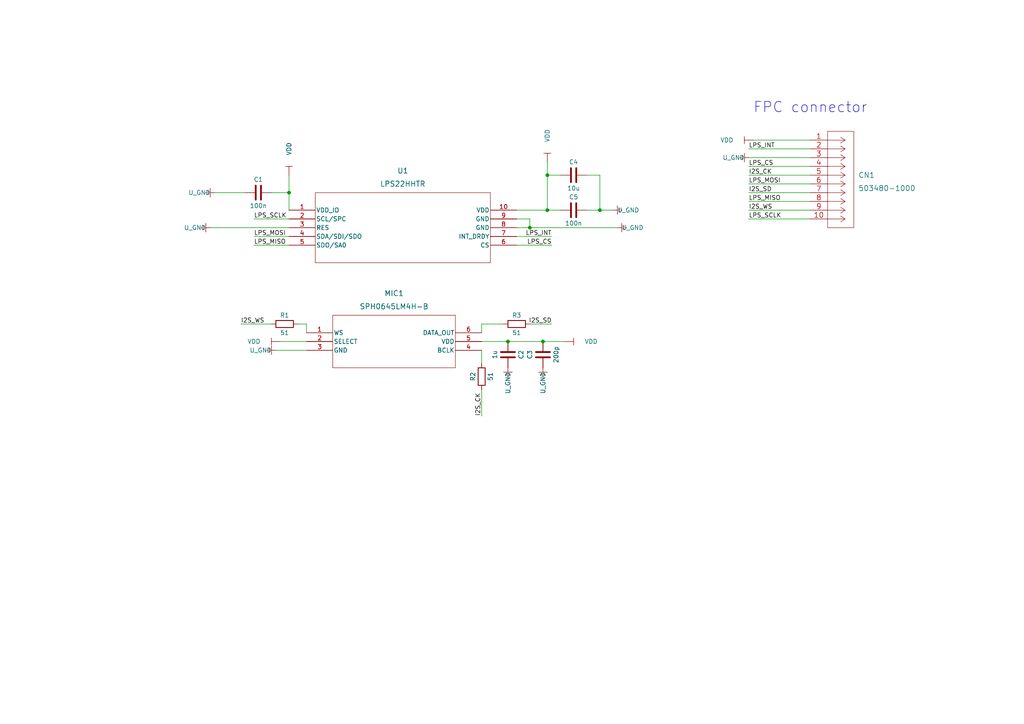
<source format=kicad_sch>
(kicad_sch (version 20211123) (generator eeschema)
  (paper "A4")
  (lib_symbols
    (symbol "Device:C" (pin_numbers hide) (pin_names (offset 0.254))
      (property "Reference" "C" (at 0.635 2.54 0))
      (property "Value" "C" (at 0.635 -2.54 0))
      (symbol "C_0_1"
        (polyline (pts (xy -2.032 -0.762) (xy 2.032 -0.762)) (stroke (width 0.508)))
        (polyline (pts (xy -2.032 0.762) (xy 2.032 0.762)) (stroke (width 0.508)))
      )
      (symbol "C_1_1"
        (pin passive line (at 0 3.81 270) (length 2.794) (name "~") (number "1"))
        (pin passive line (at 0 -3.81 90) (length 2.794) (name "~") (number "2"))
      )
    )
    (symbol "Device:R" (pin_numbers hide) (pin_names (offset 0))
      (property "Reference" "R" (at 2.032 0 90))
      (property "Value" "R" (at 0 0 90))
      (symbol "R_0_1"
        (rectangle (start -1.016 -2.54) (end 1.016 2.54) (stroke (width 0.254)))
      )
      (symbol "R_1_1"
        (pin passive line (at 0 3.81 270) (length 1.27) (name "~") (number "1"))
        (pin passive line (at 0 -3.81 90) (length 1.27) (name "~") (number "2"))
      )
    )
    (symbol "User_library:503480-1000" (pin_names (offset 0.254) hide)
      (property "Reference" "CN" (at 7.62 5.08 0))
      (property "Value" "503480-1000" (at 8.89 -27.94 0))
      (symbol "503480-1000_1_1"
        (polyline (pts (xy 5.08 -25.4) (xy 12.7 -25.4)) (stroke (width 0.127)))
        (polyline (pts (xy 5.08 2.54) (xy 5.08 -25.4)) (stroke (width 0.127)))
        (polyline (pts (xy 10.16 -22.86) (xy 5.08 -22.86)) (stroke (width 0.127)))
        (polyline (pts (xy 10.16 -22.86) (xy 8.89 -23.6982)) (stroke (width 0.127)))
        (polyline (pts (xy 10.16 -22.86) (xy 8.89 -22.0218)) (stroke (width 0.127)))
        (polyline (pts (xy 10.16 -20.32) (xy 5.08 -20.32)) (stroke (width 0.127)))
        (polyline (pts (xy 10.16 -20.32) (xy 8.89 -21.1582)) (stroke (width 0.127)))
        (polyline (pts (xy 10.16 -20.32) (xy 8.89 -19.4818)) (stroke (width 0.127)))
        (polyline (pts (xy 10.16 -17.78) (xy 5.08 -17.78)) (stroke (width 0.127)))
        (polyline (pts (xy 10.16 -17.78) (xy 8.89 -18.6182)) (stroke (width 0.127)))
        (polyline (pts (xy 10.16 -17.78) (xy 8.89 -16.9418)) (stroke (width 0.127)))
        (polyline (pts (xy 10.16 -15.24) (xy 5.08 -15.24)) (stroke (width 0.127)))
        (polyline (pts (xy 10.16 -15.24) (xy 8.89 -16.0782)) (stroke (width 0.127)))
        (polyline (pts (xy 10.16 -15.24) (xy 8.89 -14.4018)) (stroke (width 0.127)))
        (polyline (pts (xy 10.16 -12.7) (xy 5.08 -12.7)) (stroke (width 0.127)))
        (polyline (pts (xy 10.16 -12.7) (xy 8.89 -13.5382)) (stroke (width 0.127)))
        (polyline (pts (xy 10.16 -12.7) (xy 8.89 -11.8618)) (stroke (width 0.127)))
        (polyline (pts (xy 10.16 -10.16) (xy 5.08 -10.16)) (stroke (width 0.127)))
        (polyline (pts (xy 10.16 -10.16) (xy 8.89 -10.9982)) (stroke (width 0.127)))
        (polyline (pts (xy 10.16 -10.16) (xy 8.89 -9.3218)) (stroke (width 0.127)))
        (polyline (pts (xy 10.16 -7.62) (xy 5.08 -7.62)) (stroke (width 0.127)))
        (polyline (pts (xy 10.16 -7.62) (xy 8.89 -8.4582)) (stroke (width 0.127)))
        (polyline (pts (xy 10.16 -7.62) (xy 8.89 -6.7818)) (stroke (width 0.127)))
        (polyline (pts (xy 10.16 -5.08) (xy 5.08 -5.08)) (stroke (width 0.127)))
        (polyline (pts (xy 10.16 -5.08) (xy 8.89 -5.9182)) (stroke (width 0.127)))
        (polyline (pts (xy 10.16 -5.08) (xy 8.89 -4.2418)) (stroke (width 0.127)))
        (polyline (pts (xy 10.16 -2.54) (xy 5.08 -2.54)) (stroke (width 0.127)))
        (polyline (pts (xy 10.16 -2.54) (xy 8.89 -3.3782)) (stroke (width 0.127)))
        (polyline (pts (xy 10.16 -2.54) (xy 8.89 -1.7018)) (stroke (width 0.127)))
        (polyline (pts (xy 10.16 0) (xy 5.08 0)) (stroke (width 0.127)))
        (polyline (pts (xy 10.16 0) (xy 8.89 -0.8382)) (stroke (width 0.127)))
        (polyline (pts (xy 10.16 0) (xy 8.89 0.8382)) (stroke (width 0.127)))
        (polyline (pts (xy 12.7 -25.4) (xy 12.7 2.54)) (stroke (width 0.127)))
        (polyline (pts (xy 12.7 2.54) (xy 5.08 2.54)) (stroke (width 0.127)))
        (pin bidirectional line (at 0 0 0) (length 5.08) (name "1") (number "1"))
        (pin bidirectional line (at 0 -22.86 0) (length 5.08) (name "10") (number "10"))
        (pin bidirectional line (at 0 -2.54 0) (length 5.08) (name "2") (number "2"))
        (pin bidirectional line (at 0 -5.08 0) (length 5.08) (name "3") (number "3"))
        (pin bidirectional line (at 0 -7.62 0) (length 5.08) (name "4") (number "4"))
        (pin bidirectional line (at 0 -10.16 0) (length 5.08) (name "5") (number "5"))
        (pin bidirectional line (at 0 -12.7 0) (length 5.08) (name "6") (number "6"))
        (pin bidirectional line (at 0 -15.24 0) (length 5.08) (name "7") (number "7"))
        (pin bidirectional line (at 0 -17.78 0) (length 5.08) (name "8") (number "8"))
        (pin bidirectional line (at 0 -20.32 0) (length 5.08) (name "9") (number "9"))
      )
    )
    (symbol "User_library:LPS22HHTR" (pin_names (offset 0.254))
      (property "Reference" "U" (at 33.02 10.16 0))
      (property "Value" "LPS22HHTR" (at 33.02 7.62 0))
      (symbol "LPS22HHTR_0_1"
        (polyline (pts (xy 7.62 -15.24) (xy 58.42 -15.24)) (stroke (width 0.127)))
        (polyline (pts (xy 7.62 5.08) (xy 7.62 -15.24)) (stroke (width 0.127)))
        (polyline (pts (xy 58.42 -15.24) (xy 58.42 5.08)) (stroke (width 0.127)))
        (polyline (pts (xy 58.42 5.08) (xy 7.62 5.08)) (stroke (width 0.127)))
        (pin power_in line (at 0 0 0) (length 7.62) (name "VDD_IO") (number "1"))
        (pin power_in line (at 66.04 0 180) (length 7.62) (name "VDD") (number "10"))
        (pin unspecified line (at 0 -2.54 0) (length 7.62) (name "SCL/SPC") (number "2"))
        (pin unspecified line (at 0 -5.08 0) (length 7.62) (name "RES") (number "3"))
        (pin unspecified line (at 0 -7.62 0) (length 7.62) (name "SDA/SDI/SDO") (number "4"))
        (pin unspecified line (at 0 -10.16 0) (length 7.62) (name "SDO/SA0") (number "5"))
        (pin unspecified line (at 66.04 -10.16 180) (length 7.62) (name "CS") (number "6"))
        (pin unspecified line (at 66.04 -7.62 180) (length 7.62) (name "INT_DRDY") (number "7"))
        (pin power_out line (at 66.04 -5.08 180) (length 7.62) (name "GND") (number "8"))
        (pin power_out line (at 66.04 -2.54 180) (length 7.62) (name "GND") (number "9"))
      )
    )
    (symbol "User_library:SPH0645LM4H-B" (pin_names (offset 0.254))
      (property "Reference" "MIC" (at 25.4 10.16 0))
      (property "Value" "SPH0645LM4H-B" (at 25.4 7.62 0))
      (symbol "SPH0645LM4H-B_0_1"
        (polyline (pts (xy 7.62 -10.16) (xy 43.18 -10.16)) (stroke (width 0.127)))
        (polyline (pts (xy 7.62 5.08) (xy 7.62 -10.16)) (stroke (width 0.127)))
        (polyline (pts (xy 43.18 -10.16) (xy 43.18 5.08)) (stroke (width 0.127)))
        (polyline (pts (xy 43.18 5.08) (xy 7.62 5.08)) (stroke (width 0.127)))
        (pin input line (at 0 0 0) (length 7.62) (name "WS") (number "1"))
        (pin input line (at 0 -2.54 0) (length 7.62) (name "SELECT") (number "2"))
        (pin power_out line (at 0 -5.08 0) (length 7.62) (name "GND") (number "3"))
        (pin input line (at 50.8 -5.08 180) (length 7.62) (name "BCLK") (number "4"))
        (pin power_in line (at 50.8 -2.54 180) (length 7.62) (name "VDD") (number "5"))
        (pin output line (at 50.8 0 180) (length 7.62) (name "DATA_OUT") (number "6"))
      )
    )
    (symbol "User_power:GND" (power) (pin_names (offset 0))
      (property "Value" "GND" (at 0 -3.81 0))
      (symbol "GND_0_1"
        (polyline (pts (xy -0.635 -1.905) (xy 0.635 -1.905)))
        (polyline (pts (xy -0.127 -2.54) (xy 0.127 -2.54)))
        (polyline (pts (xy 0 -1.27) (xy 0 0)))
        (polyline (pts (xy 1.27 -1.27) (xy -1.27 -1.27)))
      )
      (symbol "GND_1_1"
        (pin power_in line (at 0 0 270) (length 0) hide (name "U_GND") (number "1"))
      )
    )
    (symbol "sensor_V1-rescue:VPP_3.3V-User_power" (power) (pin_names (offset 0))
      (property "Value" "VPP_3.3V-User_power" (at 0 3.81 0))
      (symbol "VPP_3.3V-User_power_0_1"
        (polyline (pts (xy -1.016 2.54) (xy 0 2.54)))
        (polyline (pts (xy 0 0) (xy 0 2.54)))
        (polyline (pts (xy 0 2.54) (xy 1.016 2.54)))
      )
      (symbol "VPP_3.3V-User_power_1_1"
        (pin power_in line (at 0 0 90) (length 0) hide (name "VDD") (number "1"))
      )
    )
  )
  (junction (at 173.99 60.96))
  (junction (at 83.82 55.88))
  (junction (at 153.67 66.04))
  (junction (at 147.32 99.06))
  (junction (at 158.75 50.8))
  (junction (at 157.48 99.06))
  (junction (at 158.75 60.96))
  (wire (pts (xy 60.96 66.04) (xy 83.82 66.04)))
  (wire (pts (xy 88.9 96.52) (xy 88.9 93.98)))
  (wire (pts (xy 173.99 50.8) (xy 173.99 60.96)))
  (wire (pts (xy 217.17 55.88) (xy 234.95 55.88)))
  (wire (pts (xy 217.17 50.8) (xy 234.95 50.8)))
  (wire (pts (xy 217.17 53.34) (xy 234.95 53.34)))
  (wire (pts (xy 78.74 55.88) (xy 83.82 55.88)))
  (wire (pts (xy 157.48 99.06) (xy 163.83 99.06)))
  (wire (pts (xy 217.17 60.96) (xy 234.95 60.96)))
  (wire (pts (xy 149.86 60.96) (xy 158.75 60.96)))
  (wire (pts (xy 81.28 99.06) (xy 88.9 99.06)))
  (wire (pts (xy 149.86 66.04) (xy 153.67 66.04)))
  (wire (pts (xy 149.86 71.12) (xy 160.02 71.12)))
  (wire (pts (xy 139.7 96.52) (xy 139.7 93.98)))
  (wire (pts (xy 170.18 60.96) (xy 173.99 60.96)))
  (wire (pts (xy 218.44 40.64) (xy 234.95 40.64)))
  (wire (pts (xy 83.82 50.8) (xy 83.82 55.88)))
  (wire (pts (xy 83.82 55.88) (xy 83.82 60.96)))
  (wire (pts (xy 217.17 63.5) (xy 234.95 63.5)))
  (wire (pts (xy 73.66 63.5) (xy 83.82 63.5)))
  (wire (pts (xy 80.01 101.6) (xy 88.9 101.6)))
  (wire (pts (xy 73.66 68.58) (xy 83.82 68.58)))
  (wire (pts (xy 158.75 50.8) (xy 158.75 60.96)))
  (wire (pts (xy 217.17 48.26) (xy 234.95 48.26)))
  (wire (pts (xy 170.18 50.8) (xy 173.99 50.8)))
  (wire (pts (xy 62.23 55.88) (xy 71.12 55.88)))
  (wire (pts (xy 153.67 93.98) (xy 160.02 93.98)))
  (wire (pts (xy 139.7 93.98) (xy 146.05 93.98)))
  (wire (pts (xy 73.66 71.12) (xy 83.82 71.12)))
  (wire (pts (xy 153.67 66.04) (xy 179.07 66.04)))
  (wire (pts (xy 139.7 113.03) (xy 139.7 120.65)))
  (wire (pts (xy 217.17 45.72) (xy 234.95 45.72)))
  (wire (pts (xy 158.75 60.96) (xy 162.56 60.96)))
  (wire (pts (xy 160.02 68.58) (xy 149.86 68.58)))
  (wire (pts (xy 153.67 63.5) (xy 153.67 66.04)))
  (wire (pts (xy 173.99 60.96) (xy 177.8 60.96)))
  (wire (pts (xy 217.17 58.42) (xy 234.95 58.42)))
  (wire (pts (xy 147.32 99.06) (xy 157.48 99.06)))
  (wire (pts (xy 149.86 63.5) (xy 153.67 63.5)))
  (wire (pts (xy 139.7 101.6) (xy 139.7 105.41)))
  (wire (pts (xy 158.75 50.8) (xy 162.56 50.8)))
  (wire (pts (xy 69.85 93.98) (xy 78.74 93.98)))
  (wire (pts (xy 139.7 99.06) (xy 147.32 99.06)))
  (wire (pts (xy 88.9 93.98) (xy 86.36 93.98)))
  (wire (pts (xy 217.17 43.18) (xy 234.95 43.18)))
  (wire (pts (xy 158.75 46.99) (xy 158.75 50.8)))
  (text "FPC connector" (at 218.44 33.02 0) (effects (font (size 3 3)) (justify left bottom)))
  (label "LPS_SCLK" (at 217.17 63.5 0))
  (label "LPS_CS" (at 160.02 71.12 180))
  (label "I2S_CK" (at 139.7 120.65 90))
  (label "I2S_WS" (at 69.85 93.98 0))
  (label "LPS_INT" (at 160.02 68.58 180))
  (label "LPS_MOSI" (at 217.17 53.34 0))
  (label "LPS_INT" (at 217.17 43.18 0))
  (label "LPS_MISO" (at 73.66 71.12 0))
  (label "I2S_SD" (at 160.02 93.98 180))
  (label "I2S_CK" (at 217.17 50.8 0))
  (label "LPS_MISO" (at 217.17 58.42 0))
  (label "I2S_SD" (at 217.17 55.88 0))
  (label "LPS_MOSI" (at 73.66 68.58 0))
  (label "LPS_SCLK" (at 73.66 63.5 0))
  (label "I2S_WS" (at 217.17 60.96 0))
  (label "LPS_CS" (at 217.17 48.26 0))
  (symbol (lib_id "sensor_V1-rescue:VPP_3.3V-User_power") (at 163.83 99.06 270) (unit 1)
    (property "Reference" "#PWR08" (effects hide))
    (property "Value" "VPP_3.3V" (at 171.45 99.06 90))
  )
  (symbol (lib_id "sensor_V1-rescue:VPP_3.3V-User_power") (at 158.75 46.99 0) (unit 1)
    (property "Reference" "#PWR0101" (effects hide))
    (property "Value" "VPP_3.3V" (at 158.75 39.37 90))
  )
  (symbol (lib_id "Device:C") (at 166.37 60.96 90) (unit 1)
    (property "Reference" "C5" (at 166.37 57.15 90))
    (property "Value" "100n" (at 166.37 64.77 90))
    (property "Footprint" "User_library:UL_C_0402_1005Metric" (effects hide))
  )
  (symbol (lib_id "User_power:GND") (at 157.48 106.68 0) (unit 1)
    (property "Reference" "#PWR07" (effects hide))
    (property "Value" "GND" (at 157.48 114.3 90) (effects (justify left)))
  )
  (symbol (lib_id "Device:C") (at 74.93 55.88 90) (unit 1)
    (property "Reference" "C1" (at 74.93 52.07 90))
    (property "Value" "100n" (at 74.93 59.69 90))
    (property "Footprint" "User_library:UL_C_0402_1005Metric" (effects hide))
  )
  (symbol (lib_id "User_library:503480-1000") (at 234.95 40.64 0) (unit 1)
    (property "Reference" "CN1" (at 248.92 50.8 0) (effects (font (size 1.524 1.524)) (justify left)))
    (property "Value" "503480-1000" (at 248.92 54.61 0) (effects (font (size 1.524 1.524)) (justify left)))
    (property "Footprint" "User_library:503480-1000" (effects hide))
  )
  (symbol (lib_id "Device:R") (at 82.55 93.98 270) (unit 1)
    (property "Reference" "R1" (at 82.55 91.44 90))
    (property "Value" "51" (at 82.55 96.52 90))
    (property "Footprint" "Resistor_SMD:R_0402_1005Metric" (effects hide))
  )
  (symbol (lib_id "User_library:SPH0645LM4H-B") (at 88.9 96.52 0) (unit 1)
    (property "Reference" "MIC1" (at 114.3 85.09 0) (effects (font (size 1.524 1.524))))
    (property "Value" "SPH0645LM4H-B" (at 114.3 88.9 0) (effects (font (size 1.524 1.524))))
    (property "Footprint" "User_library:SPH0645LM4H-B_KNO" (effects hide))
    (property "Datasheet" "SPH0645LM4H-B" (effects hide))
  )
  (symbol (lib_id "User_power:GND") (at 147.32 106.68 0) (unit 1)
    (property "Reference" "#PWR06" (effects hide))
    (property "Value" "GND" (at 147.32 114.3 90) (effects (justify left)))
  )
  (symbol (lib_id "Device:C") (at 147.32 102.87 0) (unit 1)
    (property "Reference" "C2" (at 151.13 102.87 90))
    (property "Value" "1u" (at 143.51 102.87 90))
    (property "Footprint" "User_library:UL_C_0402_1005Metric" (effects hide))
  )
  (symbol (lib_id "User_power:GND") (at 80.01 101.6 270) (unit 1)
    (property "Reference" "#PWR03" (effects hide))
    (property "Value" "GND" (at 72.39 101.6 90) (effects (justify left)))
  )
  (symbol (lib_id "Device:R") (at 139.7 109.22 0) (unit 1)
    (property "Reference" "R2" (at 137.16 109.22 90))
    (property "Value" "51" (at 142.24 109.22 90))
    (property "Footprint" "Resistor_SMD:R_0402_1005Metric" (effects hide))
  )
  (symbol (lib_id "Device:C") (at 157.48 102.87 180) (unit 1)
    (property "Reference" "C3" (at 153.67 102.87 90))
    (property "Value" "200p" (at 161.29 102.87 90))
    (property "Footprint" "User_library:UL_C_0402_1005Metric" (effects hide))
  )
  (symbol (lib_id "sensor_V1-rescue:VPP_3.3V-User_power") (at 81.28 99.06 90) (unit 1)
    (property "Reference" "#PWR04" (effects hide))
    (property "Value" "VPP_3.3V" (at 73.66 99.06 90))
  )
  (symbol (lib_id "Device:C") (at 166.37 50.8 90) (unit 1)
    (property "Reference" "C4" (at 166.37 46.99 90))
    (property "Value" "10u" (at 166.37 54.61 90))
    (property "Footprint" "User_library:UL_C_0402_1005Metric" (effects hide))
  )
  (symbol (lib_id "User_power:GND") (at 217.17 45.72 270) (unit 1)
    (property "Reference" "#PWR011" (effects hide))
    (property "Value" "GND" (at 209.55 45.72 90) (effects (justify left)))
  )
  (symbol (lib_id "sensor_V1-rescue:VPP_3.3V-User_power") (at 218.44 40.64 90) (unit 1)
    (property "Reference" "#PWR012" (effects hide))
    (property "Value" "VPP_3.3V" (at 210.82 40.64 90))
  )
  (symbol (lib_id "Device:R") (at 149.86 93.98 270) (unit 1)
    (property "Reference" "R3" (at 149.86 91.44 90))
    (property "Value" "51" (at 149.86 96.52 90))
    (property "Footprint" "Resistor_SMD:R_0402_1005Metric" (effects hide))
  )
  (symbol (lib_id "User_power:GND") (at 179.07 66.04 90) (unit 1)
    (property "Reference" "#PWR010" (effects hide))
    (property "Value" "GND" (at 186.69 66.04 90) (effects (justify left)))
  )
  (symbol (lib_id "sensor_V1-rescue:VPP_3.3V-User_power") (at 83.82 50.8 0) (unit 1)
    (property "Reference" "#PWR05" (effects hide))
    (property "Value" "VPP_3.3V" (at 83.82 43.18 90))
  )
  (symbol (lib_id "User_library:LPS22HHTR") (at 83.82 60.96 0) (unit 1)
    (property "Reference" "U1" (at 116.84 49.53 0) (effects (font (size 1.524 1.524))))
    (property "Value" "LPS22HHTR" (at 116.84 53.34 0) (effects (font (size 1.524 1.524))))
    (property "Footprint" "User_library:HLGA-10L_2X2X0P73_STM" (effects hide))
    (property "Datasheet" "LPS22HHTR" (effects hide))
  )
  (symbol (lib_id "User_power:GND") (at 60.96 66.04 270) (unit 1)
    (property "Reference" "#PWR01" (effects hide))
    (property "Value" "GND" (at 53.34 66.04 90) (effects (justify left)))
  )
  (symbol (lib_id "User_power:GND") (at 62.23 55.88 270) (unit 1)
    (property "Reference" "#PWR02" (effects hide))
    (property "Value" "GND" (at 54.61 55.88 90) (effects (justify left)))
  )
  (symbol (lib_id "User_power:GND") (at 177.8 60.96 90) (unit 1)
    (property "Reference" "#PWR09" (effects hide))
    (property "Value" "GND" (at 185.42 60.96 90) (effects (justify left)))
  )
)
</source>
